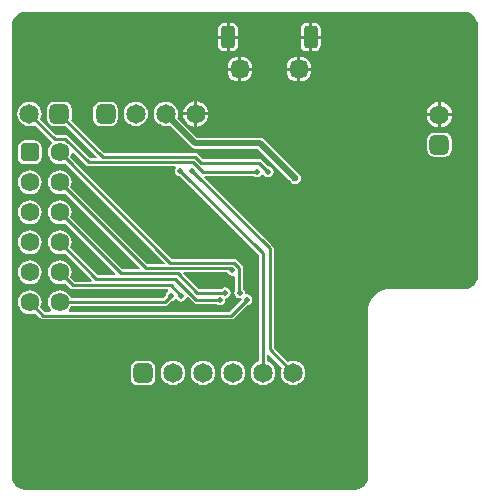
<source format=gbl>
G04*
G04 #@! TF.GenerationSoftware,Altium Limited,Altium Designer,21.9.2 (33)*
G04*
G04 Layer_Physical_Order=2*
G04 Layer_Color=16711680*
%FSLAX44Y44*%
%MOMM*%
G71*
G04*
G04 #@! TF.SameCoordinates,1F5C1B73-E678-4566-9102-B3B9492829AA*
G04*
G04*
G04 #@! TF.FilePolarity,Positive*
G04*
G01*
G75*
%ADD10C,0.5000*%
%ADD12C,0.2500*%
%ADD73C,4.5000*%
G04:AMPARAMS|DCode=74|XSize=1.59mm|YSize=1.59mm|CornerRadius=0.3975mm|HoleSize=0mm|Usage=FLASHONLY|Rotation=270.000|XOffset=0mm|YOffset=0mm|HoleType=Round|Shape=RoundedRectangle|*
%AMROUNDEDRECTD74*
21,1,1.5900,0.7950,0,0,270.0*
21,1,0.7950,1.5900,0,0,270.0*
1,1,0.7950,-0.3975,-0.3975*
1,1,0.7950,-0.3975,0.3975*
1,1,0.7950,0.3975,0.3975*
1,1,0.7950,0.3975,-0.3975*
%
%ADD74ROUNDEDRECTD74*%
%ADD75C,1.5900*%
G04:AMPARAMS|DCode=76|XSize=1.65mm|YSize=1.65mm|CornerRadius=0.4125mm|HoleSize=0mm|Usage=FLASHONLY|Rotation=0.000|XOffset=0mm|YOffset=0mm|HoleType=Round|Shape=RoundedRectangle|*
%AMROUNDEDRECTD76*
21,1,1.6500,0.8250,0,0,0.0*
21,1,0.8250,1.6500,0,0,0.0*
1,1,0.8250,0.4125,-0.4125*
1,1,0.8250,-0.4125,-0.4125*
1,1,0.8250,-0.4125,0.4125*
1,1,0.8250,0.4125,0.4125*
%
%ADD76ROUNDEDRECTD76*%
%ADD77C,1.6500*%
G04:AMPARAMS|DCode=78|XSize=1.45mm|YSize=1.45mm|CornerRadius=0.3625mm|HoleSize=0mm|Usage=FLASHONLY|Rotation=180.000|XOffset=0mm|YOffset=0mm|HoleType=Round|Shape=RoundedRectangle|*
%AMROUNDEDRECTD78*
21,1,1.4500,0.7250,0,0,180.0*
21,1,0.7250,1.4500,0,0,180.0*
1,1,0.7250,-0.3625,0.3625*
1,1,0.7250,0.3625,0.3625*
1,1,0.7250,0.3625,-0.3625*
1,1,0.7250,-0.3625,-0.3625*
%
%ADD78ROUNDEDRECTD78*%
G04:AMPARAMS|DCode=79|XSize=1.2mm|YSize=1.9mm|CornerRadius=0.3mm|HoleSize=0mm|Usage=FLASHONLY|Rotation=180.000|XOffset=0mm|YOffset=0mm|HoleType=Round|Shape=RoundedRectangle|*
%AMROUNDEDRECTD79*
21,1,1.2000,1.3000,0,0,180.0*
21,1,0.6000,1.9000,0,0,180.0*
1,1,0.6000,-0.3000,0.6500*
1,1,0.6000,0.3000,0.6500*
1,1,0.6000,0.3000,-0.6500*
1,1,0.6000,-0.3000,-0.6500*
%
%ADD79ROUNDEDRECTD79*%
G04:AMPARAMS|DCode=80|XSize=1.65mm|YSize=1.65mm|CornerRadius=0.4125mm|HoleSize=0mm|Usage=FLASHONLY|Rotation=90.000|XOffset=0mm|YOffset=0mm|HoleType=Round|Shape=RoundedRectangle|*
%AMROUNDEDRECTD80*
21,1,1.6500,0.8250,0,0,90.0*
21,1,0.8250,1.6500,0,0,90.0*
1,1,0.8250,0.4125,0.4125*
1,1,0.8250,0.4125,-0.4125*
1,1,0.8250,-0.4125,-0.4125*
1,1,0.8250,-0.4125,0.4125*
%
%ADD80ROUNDEDRECTD80*%
%ADD81C,0.8000*%
%ADD82C,0.5000*%
%ADD83C,0.6000*%
G36*
X358632Y26972D02*
X360898Y26034D01*
X362937Y24671D01*
X364671Y22937D01*
X366034Y20898D01*
X366973Y18632D01*
X367451Y16226D01*
Y15000D01*
Y-195000D01*
X367500Y-195246D01*
Y-195980D01*
X366973Y-198632D01*
X366034Y-200898D01*
X364671Y-202937D01*
X362937Y-204671D01*
X360898Y-206034D01*
X358632Y-206973D01*
X356226Y-207451D01*
X355000D01*
X292000Y-207451D01*
X291938Y-207463D01*
X291875Y-207454D01*
X290405Y-207526D01*
X290221Y-207572D01*
X290032D01*
X287148Y-208146D01*
X286917Y-208242D01*
X286670Y-208291D01*
X283954Y-209416D01*
X283745Y-209556D01*
X283513Y-209652D01*
X281068Y-211285D01*
X280890Y-211463D01*
X280682Y-211602D01*
X278602Y-213682D01*
X278463Y-213890D01*
X278285Y-214068D01*
X276652Y-216513D01*
X276556Y-216745D01*
X276416Y-216954D01*
X275291Y-219670D01*
X275242Y-219916D01*
X275146Y-220148D01*
X274572Y-223032D01*
Y-223221D01*
X274526Y-223405D01*
X274454Y-224875D01*
X274463Y-224938D01*
X274451Y-225000D01*
Y-365000D01*
Y-366226D01*
X273972Y-368632D01*
X273034Y-370898D01*
X271671Y-372937D01*
X269937Y-374671D01*
X267898Y-376034D01*
X265632Y-376973D01*
X263226Y-377451D01*
X-16226D01*
X-18632Y-376973D01*
X-20898Y-376034D01*
X-22937Y-374671D01*
X-24671Y-372937D01*
X-26034Y-370898D01*
X-26972Y-368632D01*
X-27451Y-366226D01*
Y-365000D01*
Y15000D01*
Y16226D01*
X-26972Y18632D01*
X-26034Y20898D01*
X-24671Y22937D01*
X-22937Y24671D01*
X-20898Y26034D01*
X-18632Y26972D01*
X-16226Y27451D01*
X356226D01*
X358632Y26972D01*
D02*
G37*
%LPC*%
G36*
X228750Y18108D02*
X227000D01*
Y7250D01*
X234358D01*
Y12500D01*
X233931Y14646D01*
X232715Y16465D01*
X230896Y17681D01*
X228750Y18108D01*
D02*
G37*
G36*
X224500D02*
X222750D01*
X220604Y17681D01*
X218785Y16465D01*
X217569Y14646D01*
X217142Y12500D01*
Y7250D01*
X224500D01*
Y18108D01*
D02*
G37*
G36*
X158750D02*
X157000D01*
Y7250D01*
X164358D01*
Y12500D01*
X163931Y14646D01*
X162715Y16465D01*
X160896Y17681D01*
X158750Y18108D01*
D02*
G37*
G36*
X154500D02*
X152750D01*
X150604Y17681D01*
X148785Y16465D01*
X147569Y14646D01*
X147142Y12500D01*
Y7250D01*
X154500D01*
Y18108D01*
D02*
G37*
G36*
X234358Y4750D02*
X227000D01*
Y-6108D01*
X228750D01*
X230896Y-5681D01*
X232715Y-4465D01*
X233931Y-2646D01*
X234358Y-500D01*
Y4750D01*
D02*
G37*
G36*
X224500D02*
X217142D01*
Y-500D01*
X217569Y-2646D01*
X218785Y-4465D01*
X220604Y-5681D01*
X222750Y-6108D01*
X224500D01*
Y4750D01*
D02*
G37*
G36*
X164358Y4750D02*
X157000D01*
Y-6108D01*
X158750D01*
X160896Y-5681D01*
X162715Y-4465D01*
X163931Y-2646D01*
X164358Y-500D01*
Y4750D01*
D02*
G37*
G36*
X154500D02*
X147142D01*
Y-500D01*
X147569Y-2646D01*
X148785Y-4465D01*
X150604Y-5681D01*
X152750Y-6108D01*
X154500D01*
Y4750D01*
D02*
G37*
G36*
X169375Y-11130D02*
X167000D01*
Y-19750D01*
X175620D01*
Y-17375D01*
X175145Y-14985D01*
X173791Y-12959D01*
X171765Y-11605D01*
X169375Y-11130D01*
D02*
G37*
G36*
X164500D02*
X162125D01*
X159735Y-11605D01*
X157709Y-12959D01*
X156355Y-14985D01*
X155880Y-17375D01*
Y-19750D01*
X164500D01*
Y-11130D01*
D02*
G37*
G36*
X219375Y-11130D02*
X217000D01*
Y-19751D01*
X225620D01*
Y-17375D01*
X225145Y-14985D01*
X223791Y-12959D01*
X221765Y-11605D01*
X219375Y-11130D01*
D02*
G37*
G36*
X214500D02*
X212125D01*
X209735Y-11605D01*
X207709Y-12959D01*
X206355Y-14985D01*
X205880Y-17375D01*
Y-19751D01*
X214500D01*
Y-11130D01*
D02*
G37*
G36*
X225620Y-22251D02*
X217000D01*
Y-30870D01*
X219375D01*
X221765Y-30395D01*
X223791Y-29041D01*
X225145Y-27015D01*
X225620Y-24625D01*
Y-22251D01*
D02*
G37*
G36*
X214500D02*
X205880D01*
Y-24625D01*
X206355Y-27015D01*
X207709Y-29041D01*
X209735Y-30395D01*
X212125Y-30870D01*
X214500D01*
Y-22251D01*
D02*
G37*
G36*
X175620Y-22250D02*
X167000D01*
Y-30870D01*
X169375D01*
X171765Y-30395D01*
X173791Y-29041D01*
X175145Y-27015D01*
X175620Y-24625D01*
Y-22250D01*
D02*
G37*
G36*
X164500D02*
X155880D01*
Y-24625D01*
X156355Y-27015D01*
X157709Y-29041D01*
X159735Y-30395D01*
X162125Y-30870D01*
X164500D01*
Y-22250D01*
D02*
G37*
G36*
X129650Y-48322D02*
Y-57750D01*
X139078D01*
X138873Y-56194D01*
X137790Y-53579D01*
X136067Y-51333D01*
X133821Y-49610D01*
X131206Y-48527D01*
X129650Y-48322D01*
D02*
G37*
G36*
X127150D02*
X125594Y-48527D01*
X122979Y-49610D01*
X120733Y-51333D01*
X119010Y-53579D01*
X117927Y-56194D01*
X117722Y-57750D01*
X127150D01*
Y-48322D01*
D02*
G37*
G36*
X336000Y-49072D02*
Y-58500D01*
X345428D01*
X345223Y-56944D01*
X344140Y-54329D01*
X342417Y-52083D01*
X340171Y-50360D01*
X337556Y-49277D01*
X336000Y-49072D01*
D02*
G37*
G36*
X333500Y-49072D02*
X331944Y-49277D01*
X329329Y-50360D01*
X327083Y-52083D01*
X325360Y-54329D01*
X324277Y-56944D01*
X324072Y-58500D01*
X333500D01*
Y-49072D01*
D02*
G37*
G36*
X77600Y-48662D02*
X74924Y-49014D01*
X72431Y-50047D01*
X70290Y-51690D01*
X68647Y-53831D01*
X67614Y-56324D01*
X67262Y-59000D01*
X67614Y-61676D01*
X68647Y-64169D01*
X70290Y-66310D01*
X72431Y-67953D01*
X74924Y-68986D01*
X77600Y-69338D01*
X80276Y-68986D01*
X82769Y-67953D01*
X84910Y-66310D01*
X86553Y-64169D01*
X87586Y-61676D01*
X87938Y-59000D01*
X87586Y-56324D01*
X86553Y-53831D01*
X84910Y-51690D01*
X82769Y-50047D01*
X80276Y-49014D01*
X77600Y-48662D01*
D02*
G37*
G36*
X56325Y-48630D02*
X48075D01*
X45685Y-49105D01*
X43659Y-50459D01*
X42305Y-52485D01*
X41830Y-54875D01*
Y-63125D01*
X42305Y-65515D01*
X43659Y-67541D01*
X45685Y-68895D01*
X48075Y-69370D01*
X56325D01*
X58715Y-68895D01*
X60741Y-67541D01*
X62095Y-65515D01*
X62570Y-63125D01*
Y-54875D01*
X62095Y-52485D01*
X60741Y-50459D01*
X58715Y-49105D01*
X56325Y-48630D01*
D02*
G37*
G36*
X139078Y-60250D02*
X129650D01*
Y-69678D01*
X131206Y-69473D01*
X133821Y-68390D01*
X136067Y-66667D01*
X137790Y-64421D01*
X138873Y-61806D01*
X139078Y-60250D01*
D02*
G37*
G36*
X127150D02*
X117722D01*
X117927Y-61806D01*
X119010Y-64421D01*
X120733Y-66667D01*
X122979Y-68390D01*
X125594Y-69473D01*
X127150Y-69678D01*
Y-60250D01*
D02*
G37*
G36*
X345428Y-61000D02*
X336000D01*
Y-70428D01*
X337556Y-70223D01*
X340171Y-69140D01*
X342417Y-67417D01*
X344140Y-65171D01*
X345223Y-62556D01*
X345428Y-61000D01*
D02*
G37*
G36*
X333500D02*
X324072D01*
X324277Y-62556D01*
X325360Y-65171D01*
X327083Y-67417D01*
X329329Y-69140D01*
X331944Y-70223D01*
X333500Y-70428D01*
Y-61000D01*
D02*
G37*
G36*
X338875Y-74780D02*
X330625D01*
X328235Y-75255D01*
X326209Y-76609D01*
X324855Y-78635D01*
X324380Y-81025D01*
Y-89275D01*
X324855Y-91665D01*
X326209Y-93691D01*
X328235Y-95045D01*
X330625Y-95520D01*
X338875D01*
X341265Y-95045D01*
X343291Y-93691D01*
X344645Y-91665D01*
X345120Y-89275D01*
Y-81025D01*
X344645Y-78635D01*
X343291Y-76609D01*
X341265Y-75255D01*
X338875Y-74780D01*
D02*
G37*
G36*
X17125Y-48630D02*
X8875D01*
X6485Y-49105D01*
X4459Y-50459D01*
X3105Y-52485D01*
X2630Y-54875D01*
Y-63125D01*
X3105Y-65515D01*
X4459Y-67541D01*
X6485Y-68895D01*
X8875Y-69370D01*
X17125D01*
X18425Y-69111D01*
X44827Y-95513D01*
X44341Y-96686D01*
X39012D01*
X20282Y-77957D01*
X19207Y-77239D01*
X17939Y-76986D01*
X10273D01*
X-3182Y-63531D01*
X-2414Y-61676D01*
X-2062Y-59000D01*
X-2414Y-56324D01*
X-3447Y-53831D01*
X-5090Y-51690D01*
X-7231Y-50047D01*
X-9724Y-49014D01*
X-12400Y-48661D01*
X-15076Y-49014D01*
X-17569Y-50047D01*
X-19710Y-51690D01*
X-21353Y-53831D01*
X-22386Y-56324D01*
X-22738Y-59000D01*
X-22386Y-61676D01*
X-21353Y-64169D01*
X-19710Y-66310D01*
X-17569Y-67953D01*
X-15076Y-68986D01*
X-12400Y-69338D01*
X-9724Y-68986D01*
X-7869Y-68218D01*
X6494Y-82580D01*
X6556Y-82678D01*
X6530Y-84153D01*
X6204Y-84404D01*
X4609Y-86482D01*
X3606Y-88903D01*
X3264Y-91500D01*
X3606Y-94097D01*
X4609Y-96518D01*
X6204Y-98596D01*
X8282Y-100191D01*
X10703Y-101194D01*
X13300Y-101536D01*
X15897Y-101194D01*
X17602Y-100488D01*
X102127Y-185013D01*
X101641Y-186186D01*
X87273D01*
X22288Y-121202D01*
X22994Y-119497D01*
X23336Y-116900D01*
X22994Y-114303D01*
X21991Y-111882D01*
X20396Y-109804D01*
X18318Y-108209D01*
X15898Y-107206D01*
X13300Y-106864D01*
X10703Y-107206D01*
X8282Y-108209D01*
X6204Y-109804D01*
X4609Y-111882D01*
X3606Y-114303D01*
X3264Y-116900D01*
X3606Y-119497D01*
X4609Y-121918D01*
X6204Y-123996D01*
X8282Y-125591D01*
X10703Y-126594D01*
X13300Y-126936D01*
X15898Y-126594D01*
X17602Y-125888D01*
X81227Y-189513D01*
X80741Y-190686D01*
X66372D01*
X22288Y-146602D01*
X22994Y-144897D01*
X23336Y-142300D01*
X22994Y-139703D01*
X21991Y-137282D01*
X20396Y-135204D01*
X18318Y-133609D01*
X15898Y-132606D01*
X13300Y-132264D01*
X10703Y-132606D01*
X8282Y-133609D01*
X6204Y-135204D01*
X4609Y-137282D01*
X3606Y-139703D01*
X3264Y-142300D01*
X3606Y-144897D01*
X4609Y-147318D01*
X6204Y-149396D01*
X8282Y-150991D01*
X10703Y-151994D01*
X13300Y-152336D01*
X15898Y-151994D01*
X17602Y-151288D01*
X60327Y-194013D01*
X59841Y-195186D01*
X45473D01*
X22288Y-172002D01*
X22994Y-170297D01*
X23336Y-167700D01*
X22994Y-165103D01*
X21991Y-162682D01*
X20396Y-160604D01*
X18318Y-159009D01*
X15898Y-158006D01*
X13300Y-157664D01*
X10703Y-158006D01*
X8282Y-159009D01*
X6204Y-160604D01*
X4609Y-162682D01*
X3606Y-165103D01*
X3264Y-167700D01*
X3606Y-170297D01*
X4609Y-172718D01*
X6204Y-174796D01*
X8282Y-176391D01*
X10703Y-177394D01*
X13300Y-177736D01*
X15898Y-177394D01*
X17602Y-176688D01*
X40533Y-199620D01*
X40007Y-200890D01*
X25776D01*
X22288Y-197402D01*
X22994Y-195697D01*
X23336Y-193100D01*
X22994Y-190502D01*
X21991Y-188082D01*
X20396Y-186004D01*
X18318Y-184409D01*
X15898Y-183406D01*
X13300Y-183064D01*
X10703Y-183406D01*
X8282Y-184409D01*
X6204Y-186004D01*
X4609Y-188082D01*
X3606Y-190502D01*
X3264Y-193100D01*
X3606Y-195697D01*
X4609Y-198118D01*
X6204Y-200196D01*
X8282Y-201791D01*
X10703Y-202794D01*
X13300Y-203136D01*
X15898Y-202794D01*
X17602Y-202088D01*
X22060Y-206546D01*
X23135Y-207265D01*
X24403Y-207517D01*
X104870D01*
X105250Y-207974D01*
X105022Y-209494D01*
X104256Y-210006D01*
X103261Y-211494D01*
X102936Y-213128D01*
X100878Y-215186D01*
X22697D01*
X21991Y-213482D01*
X20396Y-211404D01*
X18318Y-209809D01*
X15897Y-208806D01*
X13300Y-208464D01*
X10703Y-208806D01*
X8282Y-209809D01*
X6204Y-211404D01*
X4609Y-213482D01*
X3606Y-215903D01*
X3264Y-218500D01*
X3606Y-221098D01*
X4609Y-223518D01*
X5835Y-225116D01*
X5225Y-226386D01*
X473D01*
X-3112Y-222802D01*
X-2406Y-221098D01*
X-2064Y-218500D01*
X-2406Y-215903D01*
X-3409Y-213482D01*
X-5004Y-211404D01*
X-7082Y-209809D01*
X-9503Y-208806D01*
X-12100Y-208464D01*
X-14698Y-208806D01*
X-17118Y-209809D01*
X-19196Y-211404D01*
X-20791Y-213482D01*
X-21794Y-215903D01*
X-22136Y-218500D01*
X-21794Y-221098D01*
X-20791Y-223518D01*
X-19196Y-225596D01*
X-17118Y-227191D01*
X-14698Y-228194D01*
X-12100Y-228536D01*
X-9503Y-228194D01*
X-7798Y-227488D01*
X-3243Y-232043D01*
X-2168Y-232761D01*
X-900Y-233014D01*
X158300D01*
X159568Y-232761D01*
X160643Y-232043D01*
X171872Y-220814D01*
X173506Y-220489D01*
X174994Y-219494D01*
X175989Y-218006D01*
X176338Y-216250D01*
X175989Y-214494D01*
X174994Y-213006D01*
X173506Y-212011D01*
X171750Y-211662D01*
X171127Y-211786D01*
X170047Y-210706D01*
X170088Y-210500D01*
X169739Y-208744D01*
X168744Y-207256D01*
X168564Y-207135D01*
Y-189118D01*
X168311Y-187850D01*
X167593Y-186775D01*
X163475Y-182657D01*
X162400Y-181939D01*
X161132Y-181686D01*
X108173D01*
X22288Y-95802D01*
X22994Y-94097D01*
X23257Y-92100D01*
X24586Y-91633D01*
X35296Y-102343D01*
X36371Y-103061D01*
X37639Y-103314D01*
X111082D01*
X111761Y-104584D01*
X111235Y-105371D01*
X110886Y-107127D01*
X111235Y-108882D01*
X112230Y-110371D01*
X113718Y-111365D01*
X115352Y-111690D01*
X182086Y-178425D01*
Y-268528D01*
X180231Y-269297D01*
X178090Y-270940D01*
X176447Y-273081D01*
X175414Y-275574D01*
X175062Y-278250D01*
X175414Y-280926D01*
X176447Y-283419D01*
X178090Y-285560D01*
X180231Y-287203D01*
X182724Y-288236D01*
X185400Y-288588D01*
X188076Y-288236D01*
X190569Y-287203D01*
X192710Y-285560D01*
X194353Y-283419D01*
X195386Y-280926D01*
X195738Y-278250D01*
X195386Y-275574D01*
X194353Y-273081D01*
X192710Y-270940D01*
X190569Y-269297D01*
X188714Y-268528D01*
Y-262509D01*
X189887Y-262023D01*
X201583Y-273719D01*
X200814Y-275574D01*
X200462Y-278250D01*
X200814Y-280926D01*
X201847Y-283419D01*
X203490Y-285560D01*
X205631Y-287203D01*
X208124Y-288236D01*
X210800Y-288588D01*
X213476Y-288236D01*
X215969Y-287203D01*
X218110Y-285560D01*
X219753Y-283419D01*
X220786Y-280926D01*
X221138Y-278250D01*
X220786Y-275574D01*
X219753Y-273081D01*
X218110Y-270940D01*
X215969Y-269297D01*
X213476Y-268264D01*
X210800Y-267912D01*
X208124Y-268264D01*
X206269Y-269032D01*
X194314Y-257077D01*
Y-172876D01*
X194061Y-171608D01*
X193343Y-170533D01*
X135393Y-112584D01*
X135919Y-111314D01*
X177110D01*
X178494Y-112239D01*
X180250Y-112588D01*
X182006Y-112239D01*
X183494Y-111244D01*
X184294Y-110047D01*
X184672Y-109957D01*
X185328D01*
X185706Y-110047D01*
X186506Y-111244D01*
X187994Y-112239D01*
X189750Y-112588D01*
X191506Y-112239D01*
X192994Y-111244D01*
X193989Y-109756D01*
X194338Y-108000D01*
X193989Y-106244D01*
X192994Y-104756D01*
X191506Y-103761D01*
X189872Y-103436D01*
X184593Y-98157D01*
X183518Y-97439D01*
X182250Y-97186D01*
X134492D01*
X130462Y-93157D01*
X129387Y-92439D01*
X128119Y-92186D01*
X50873D01*
X23111Y-64425D01*
X23370Y-63125D01*
Y-54875D01*
X22895Y-52485D01*
X21541Y-50459D01*
X19515Y-49105D01*
X17125Y-48630D01*
D02*
G37*
G36*
X-8125Y-81433D02*
X-16075D01*
X-18406Y-81897D01*
X-20383Y-83217D01*
X-21703Y-85194D01*
X-22167Y-87525D01*
Y-95475D01*
X-21703Y-97806D01*
X-20383Y-99783D01*
X-18406Y-101103D01*
X-16075Y-101567D01*
X-8125D01*
X-5794Y-101103D01*
X-3817Y-99783D01*
X-2497Y-97806D01*
X-2033Y-95475D01*
Y-87525D01*
X-2497Y-85194D01*
X-3817Y-83217D01*
X-5794Y-81897D01*
X-8125Y-81433D01*
D02*
G37*
G36*
X103000Y-48662D02*
X100324Y-49014D01*
X97831Y-50047D01*
X95690Y-51690D01*
X94047Y-53831D01*
X93014Y-56324D01*
X92662Y-59000D01*
X93014Y-61676D01*
X94047Y-64169D01*
X95690Y-66310D01*
X97831Y-67953D01*
X100324Y-68986D01*
X103000Y-69338D01*
X105676Y-68986D01*
X106257Y-68745D01*
X124506Y-86994D01*
X125994Y-87989D01*
X127750Y-88338D01*
X180949D01*
X207747Y-115136D01*
X207790Y-115351D01*
X208895Y-117005D01*
X210549Y-118110D01*
X212500Y-118498D01*
X214451Y-118110D01*
X216105Y-117005D01*
X217210Y-115351D01*
X217598Y-113400D01*
X217210Y-111449D01*
X216105Y-109795D01*
X214451Y-108690D01*
X214236Y-108647D01*
X186094Y-80506D01*
X184606Y-79511D01*
X182850Y-79162D01*
X129650D01*
X112746Y-62257D01*
X112986Y-61676D01*
X113338Y-59000D01*
X112986Y-56324D01*
X111953Y-53831D01*
X110310Y-51690D01*
X108169Y-50047D01*
X105676Y-49014D01*
X103000Y-48662D01*
D02*
G37*
G36*
X-12100Y-106864D02*
X-14698Y-107206D01*
X-17118Y-108209D01*
X-19196Y-109804D01*
X-20791Y-111882D01*
X-21794Y-114303D01*
X-22136Y-116900D01*
X-21794Y-119497D01*
X-20791Y-121918D01*
X-19196Y-123996D01*
X-17118Y-125591D01*
X-14698Y-126594D01*
X-12100Y-126936D01*
X-9503Y-126594D01*
X-7082Y-125591D01*
X-5004Y-123996D01*
X-3409Y-121918D01*
X-2406Y-119497D01*
X-2064Y-116900D01*
X-2406Y-114303D01*
X-3409Y-111882D01*
X-5004Y-109804D01*
X-7082Y-108209D01*
X-9503Y-107206D01*
X-12100Y-106864D01*
D02*
G37*
G36*
X-12100Y-132264D02*
X-14698Y-132606D01*
X-17118Y-133609D01*
X-19196Y-135204D01*
X-20791Y-137282D01*
X-21794Y-139703D01*
X-22136Y-142300D01*
X-21794Y-144897D01*
X-20791Y-147318D01*
X-19196Y-149396D01*
X-17118Y-150991D01*
X-14698Y-151994D01*
X-12100Y-152336D01*
X-9503Y-151994D01*
X-7082Y-150991D01*
X-5004Y-149396D01*
X-3409Y-147318D01*
X-2406Y-144897D01*
X-2064Y-142300D01*
X-2406Y-139703D01*
X-3409Y-137282D01*
X-5004Y-135204D01*
X-7082Y-133609D01*
X-9503Y-132606D01*
X-12100Y-132264D01*
D02*
G37*
G36*
Y-157664D02*
X-14698Y-158006D01*
X-17118Y-159009D01*
X-19196Y-160604D01*
X-20791Y-162682D01*
X-21794Y-165103D01*
X-22136Y-167700D01*
X-21794Y-170297D01*
X-20791Y-172718D01*
X-19196Y-174796D01*
X-17118Y-176391D01*
X-14698Y-177394D01*
X-12100Y-177736D01*
X-9503Y-177394D01*
X-7082Y-176391D01*
X-5004Y-174796D01*
X-3409Y-172718D01*
X-2406Y-170297D01*
X-2064Y-167700D01*
X-2406Y-165103D01*
X-3409Y-162682D01*
X-5004Y-160604D01*
X-7082Y-159009D01*
X-9503Y-158006D01*
X-12100Y-157664D01*
D02*
G37*
G36*
X-12100Y-183064D02*
X-14698Y-183406D01*
X-17118Y-184409D01*
X-19196Y-186004D01*
X-20791Y-188082D01*
X-21794Y-190502D01*
X-22136Y-193100D01*
X-21794Y-195697D01*
X-20791Y-198118D01*
X-19196Y-200196D01*
X-17118Y-201791D01*
X-14698Y-202794D01*
X-12100Y-203136D01*
X-9503Y-202794D01*
X-7082Y-201791D01*
X-5004Y-200196D01*
X-3409Y-198118D01*
X-2406Y-195697D01*
X-2064Y-193100D01*
X-2406Y-190502D01*
X-3409Y-188082D01*
X-5004Y-186004D01*
X-7082Y-184409D01*
X-9503Y-183406D01*
X-12100Y-183064D01*
D02*
G37*
G36*
X160000Y-267912D02*
X157324Y-268264D01*
X154831Y-269297D01*
X152690Y-270940D01*
X151047Y-273081D01*
X150014Y-275574D01*
X149662Y-278250D01*
X150014Y-280926D01*
X151047Y-283419D01*
X152690Y-285560D01*
X154831Y-287203D01*
X157324Y-288236D01*
X160000Y-288588D01*
X162676Y-288236D01*
X165169Y-287203D01*
X167310Y-285560D01*
X168953Y-283419D01*
X169986Y-280926D01*
X170338Y-278250D01*
X169986Y-275574D01*
X168953Y-273081D01*
X167310Y-270940D01*
X165169Y-269297D01*
X162676Y-268264D01*
X160000Y-267912D01*
D02*
G37*
G36*
X134600D02*
X131924Y-268264D01*
X129431Y-269297D01*
X127290Y-270940D01*
X125647Y-273081D01*
X124614Y-275574D01*
X124262Y-278250D01*
X124614Y-280926D01*
X125647Y-283419D01*
X127290Y-285560D01*
X129431Y-287203D01*
X131924Y-288236D01*
X134600Y-288588D01*
X137276Y-288236D01*
X139769Y-287203D01*
X141910Y-285560D01*
X143553Y-283419D01*
X144586Y-280926D01*
X144938Y-278250D01*
X144586Y-275574D01*
X143553Y-273081D01*
X141910Y-270940D01*
X139769Y-269297D01*
X137276Y-268264D01*
X134600Y-267912D01*
D02*
G37*
G36*
X109200D02*
X106524Y-268264D01*
X104031Y-269297D01*
X101890Y-270940D01*
X100247Y-273081D01*
X99214Y-275574D01*
X98862Y-278250D01*
X99214Y-280926D01*
X100247Y-283419D01*
X101890Y-285560D01*
X104031Y-287203D01*
X106524Y-288236D01*
X109200Y-288588D01*
X111876Y-288236D01*
X114369Y-287203D01*
X116510Y-285560D01*
X118153Y-283419D01*
X119186Y-280926D01*
X119538Y-278250D01*
X119186Y-275574D01*
X118153Y-273081D01*
X116510Y-270940D01*
X114369Y-269297D01*
X111876Y-268264D01*
X109200Y-267912D01*
D02*
G37*
G36*
X87925Y-267880D02*
X79675D01*
X77285Y-268355D01*
X75259Y-269709D01*
X73905Y-271735D01*
X73430Y-274125D01*
Y-282375D01*
X73905Y-284765D01*
X75259Y-286791D01*
X77285Y-288145D01*
X79675Y-288620D01*
X87925D01*
X90315Y-288145D01*
X92341Y-286791D01*
X93695Y-284765D01*
X94170Y-282375D01*
Y-274125D01*
X93695Y-271735D01*
X92341Y-269709D01*
X90315Y-268355D01*
X87925Y-267880D01*
D02*
G37*
%LPD*%
G36*
X155261Y-193256D02*
X156256Y-194744D01*
X157744Y-195739D01*
X159500Y-196088D01*
X160666Y-195856D01*
X161936Y-196695D01*
Y-207734D01*
X161261Y-208744D01*
X160912Y-210500D01*
X161261Y-212256D01*
X162256Y-213744D01*
X163744Y-214739D01*
X165500Y-215088D01*
X166123Y-214964D01*
X167203Y-216044D01*
X167186Y-216128D01*
X156927Y-226386D01*
X21375D01*
X20765Y-225116D01*
X21991Y-223518D01*
X22697Y-221814D01*
X102250D01*
X103518Y-221561D01*
X104593Y-220843D01*
X107622Y-217814D01*
X109256Y-217489D01*
X110744Y-216494D01*
X111111Y-215945D01*
X112639D01*
X113006Y-216494D01*
X114494Y-217489D01*
X116250Y-217838D01*
X118006Y-217489D01*
X119494Y-216494D01*
X120489Y-215006D01*
X120619Y-214351D01*
X121997Y-213933D01*
X126657Y-218593D01*
X127732Y-219311D01*
X129000Y-219564D01*
X145610D01*
X146994Y-220489D01*
X148750Y-220838D01*
X150506Y-220489D01*
X151994Y-219494D01*
X152989Y-218006D01*
X153338Y-216250D01*
X154368Y-214916D01*
X155256Y-214739D01*
X156744Y-213744D01*
X157739Y-212256D01*
X158088Y-210500D01*
X157739Y-208744D01*
X156744Y-207256D01*
X155256Y-206261D01*
X153500Y-205912D01*
X151744Y-206261D01*
X150359Y-207186D01*
X130987D01*
X117787Y-193987D01*
X118273Y-192814D01*
X155173D01*
X155261Y-193256D01*
D02*
G37*
D10*
X103000Y-59000D02*
X127750Y-83750D01*
X182850D02*
X212500Y-113400D01*
X127750Y-83750D02*
X182850D01*
D12*
X165250Y-210250D02*
Y-189118D01*
X13300Y-116900D02*
X85900Y-189500D01*
X44100Y-198500D02*
X111250D01*
X129000Y-216250D02*
X148750D01*
X111250Y-198500D02*
X129000Y-216250D01*
X13300Y-193100D02*
X24403Y-204203D01*
X107203D01*
X116250Y-213250D01*
X13300Y-218500D02*
X102250D01*
X-900Y-229700D02*
X158300D01*
X171750Y-216250D01*
X129614Y-210500D02*
X153500D01*
X85900Y-189500D02*
X156824D01*
X13300Y-167700D02*
X44100Y-198500D01*
X-12100Y-218500D02*
X-900Y-229700D01*
X13300Y-142300D02*
X65000Y-194000D01*
X113114D01*
X129614Y-210500D01*
X13300Y-91500D02*
X106800Y-185000D01*
X161132D01*
X165250Y-189118D01*
X158823Y-191500D02*
X159500D01*
X156824Y-189500D02*
X158823Y-191500D01*
X165250Y-210250D02*
X165500Y-210500D01*
X102250Y-218500D02*
X107500Y-213250D01*
X115474Y-107127D02*
X185400Y-177052D01*
X125250Y-107127D02*
X191000Y-172876D01*
X37639Y-100000D02*
X126255D01*
X191000Y-258450D02*
X210800Y-278250D01*
X191000Y-258450D02*
Y-172876D01*
X185400Y-278250D02*
Y-177052D01*
X133119Y-100500D02*
X182250D01*
X49500Y-95500D02*
X128119D01*
X182250Y-100500D02*
X189750Y-108000D01*
X13000Y-59000D02*
X49500Y-95500D01*
X128119D02*
X133119Y-100500D01*
X17939Y-80300D02*
X37639Y-100000D01*
X126255D02*
X134255Y-108000D01*
X8900Y-80300D02*
X17939D01*
X-12400Y-59000D02*
X8900Y-80300D01*
X134255Y-108000D02*
X180250D01*
D73*
X340000Y0D02*
D03*
X247000Y-350000D02*
D03*
X0Y0D02*
D03*
X90000Y-350000D02*
D03*
D74*
X-12100Y-91500D02*
D03*
D75*
X13300D02*
D03*
X-12100Y-116900D02*
D03*
X13300D02*
D03*
X-12100Y-142300D02*
D03*
X13300D02*
D03*
X-12100Y-167700D02*
D03*
X13300D02*
D03*
X-12100Y-193100D02*
D03*
X13300D02*
D03*
X-12100Y-218500D02*
D03*
X13300D02*
D03*
D76*
X52200Y-59000D02*
D03*
X13000Y-59000D02*
D03*
X83800Y-278250D02*
D03*
D77*
X77600Y-59000D02*
D03*
X103000D02*
D03*
X128400D02*
D03*
X-12400Y-59000D02*
D03*
X185400Y-278250D02*
D03*
X210800D02*
D03*
X109200D02*
D03*
X134600D02*
D03*
X160000D02*
D03*
X334750Y-59750D02*
D03*
D78*
X215750Y-21000D02*
D03*
X165750Y-21000D02*
D03*
D79*
X225750Y6000D02*
D03*
X155750D02*
D03*
D80*
X334750Y-85150D02*
D03*
D81*
X340003Y-40246D02*
D03*
X350003Y-60246D02*
D03*
Y-100246D02*
D03*
X340003Y-120246D02*
D03*
X350003Y-140246D02*
D03*
X320003Y-40246D02*
D03*
X330003Y-100246D02*
D03*
Y-140246D02*
D03*
X320003Y-160246D02*
D03*
X300003Y-246D02*
D03*
X310003Y-20246D02*
D03*
X300003Y-40246D02*
D03*
X310003Y-100246D02*
D03*
Y-140246D02*
D03*
X280003Y-246D02*
D03*
X290003Y-20246D02*
D03*
Y-140246D02*
D03*
X280003Y-160246D02*
D03*
Y-200246D02*
D03*
X260003Y-246D02*
D03*
X270003Y-20246D02*
D03*
Y-100246D02*
D03*
Y-140246D02*
D03*
X260003Y-160246D02*
D03*
Y-200246D02*
D03*
X270003Y-220246D02*
D03*
X260003Y-240246D02*
D03*
X270003Y-260246D02*
D03*
X260003Y-280246D02*
D03*
X270003Y-300246D02*
D03*
X260003Y-320246D02*
D03*
X240003Y-246D02*
D03*
X250003Y-20246D02*
D03*
Y-100246D02*
D03*
Y-220246D02*
D03*
X240003Y-240246D02*
D03*
X250003Y-260246D02*
D03*
X240003Y-280246D02*
D03*
X250003Y-300246D02*
D03*
X240003Y-320246D02*
D03*
X230003Y-20246D02*
D03*
Y-60246D02*
D03*
X220003Y-80246D02*
D03*
X230003Y-100246D02*
D03*
Y-140246D02*
D03*
X220003Y-200246D02*
D03*
X230003Y-220246D02*
D03*
X220003Y-240246D02*
D03*
X230003Y-260246D02*
D03*
Y-300246D02*
D03*
X220003Y-320246D02*
D03*
Y-360246D02*
D03*
X210003Y-60246D02*
D03*
X200003Y-120246D02*
D03*
Y-160246D02*
D03*
X210003Y-220246D02*
D03*
X200003Y-240246D02*
D03*
X210003Y-260246D02*
D03*
Y-300246D02*
D03*
X200003Y-320246D02*
D03*
X210003Y-340246D02*
D03*
X200003Y-360246D02*
D03*
X180003Y-40246D02*
D03*
Y-120246D02*
D03*
X190003Y-140246D02*
D03*
Y-300246D02*
D03*
X180003Y-320246D02*
D03*
X190003Y-340246D02*
D03*
X180003Y-360246D02*
D03*
X160003Y-40246D02*
D03*
X170003Y-60246D02*
D03*
X160003Y-120246D02*
D03*
X170003Y-180246D02*
D03*
X160003Y-240246D02*
D03*
X170003Y-260246D02*
D03*
Y-300246D02*
D03*
X160003Y-320246D02*
D03*
X170003Y-340246D02*
D03*
X160003Y-360246D02*
D03*
X140003Y-246D02*
D03*
X150003Y-20246D02*
D03*
X140003Y-40246D02*
D03*
X150003Y-60246D02*
D03*
Y-300246D02*
D03*
X140003Y-320246D02*
D03*
X150003Y-340246D02*
D03*
X140003Y-360246D02*
D03*
X120003Y-246D02*
D03*
X130003Y-20246D02*
D03*
X120003Y-40246D02*
D03*
X130003Y-300246D02*
D03*
X120003Y-320246D02*
D03*
X130003Y-340246D02*
D03*
X120003Y-360246D02*
D03*
X100003Y-246D02*
D03*
X110003Y-20246D02*
D03*
X100003Y-40246D02*
D03*
X110003Y-140246D02*
D03*
X100003Y-240246D02*
D03*
X110003Y-300246D02*
D03*
X100003Y-320246D02*
D03*
X80003Y-246D02*
D03*
X90003Y-20246D02*
D03*
X80003Y-40246D02*
D03*
Y-240246D02*
D03*
X90003Y-260246D02*
D03*
Y-300246D02*
D03*
X80003Y-320246D02*
D03*
X60003Y-246D02*
D03*
X70003Y-20246D02*
D03*
X60003Y-40246D02*
D03*
Y-80246D02*
D03*
Y-240246D02*
D03*
X70003Y-260246D02*
D03*
X60003Y-280246D02*
D03*
X70003Y-300246D02*
D03*
X60003Y-320246D02*
D03*
Y-360246D02*
D03*
X40003Y-246D02*
D03*
X50003Y-20246D02*
D03*
X40003Y-40246D02*
D03*
X50003Y-300246D02*
D03*
X30003Y-20246D02*
D03*
X20003Y-40246D02*
D03*
X30003Y-60246D02*
D03*
X20003Y-240246D02*
D03*
X30003Y-260246D02*
D03*
X20003Y-280246D02*
D03*
X30003Y-300246D02*
D03*
X20003Y-320246D02*
D03*
X30003Y-340246D02*
D03*
X20003Y-360246D02*
D03*
X3Y-40246D02*
D03*
X10003Y-260246D02*
D03*
Y-300246D02*
D03*
X3Y-320246D02*
D03*
X10003Y-340246D02*
D03*
X-19997Y-40246D02*
D03*
Y-240246D02*
D03*
Y-280246D02*
D03*
X-9997Y-300246D02*
D03*
X-19997Y-320246D02*
D03*
Y-360246D02*
D03*
D82*
X116250Y-213250D02*
D03*
X107500D02*
D03*
X171750Y-216250D02*
D03*
X159500Y-191500D02*
D03*
X125250Y-107127D02*
D03*
X115474D02*
D03*
X148750Y-216250D02*
D03*
X153500Y-210500D02*
D03*
X165500D02*
D03*
X189750Y-108000D02*
D03*
X180250D02*
D03*
D83*
X212500Y-113400D02*
D03*
M02*

</source>
